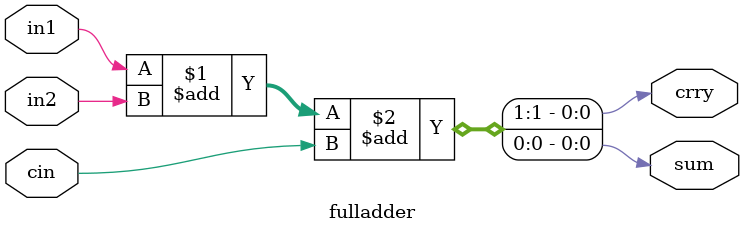
<source format=v>
module fulladder(
    output crry,
    output sum,
    input in1,
    input in2,
    input cin);

assign {crry, sum} = in1+in2+cin;
endmodule
</source>
